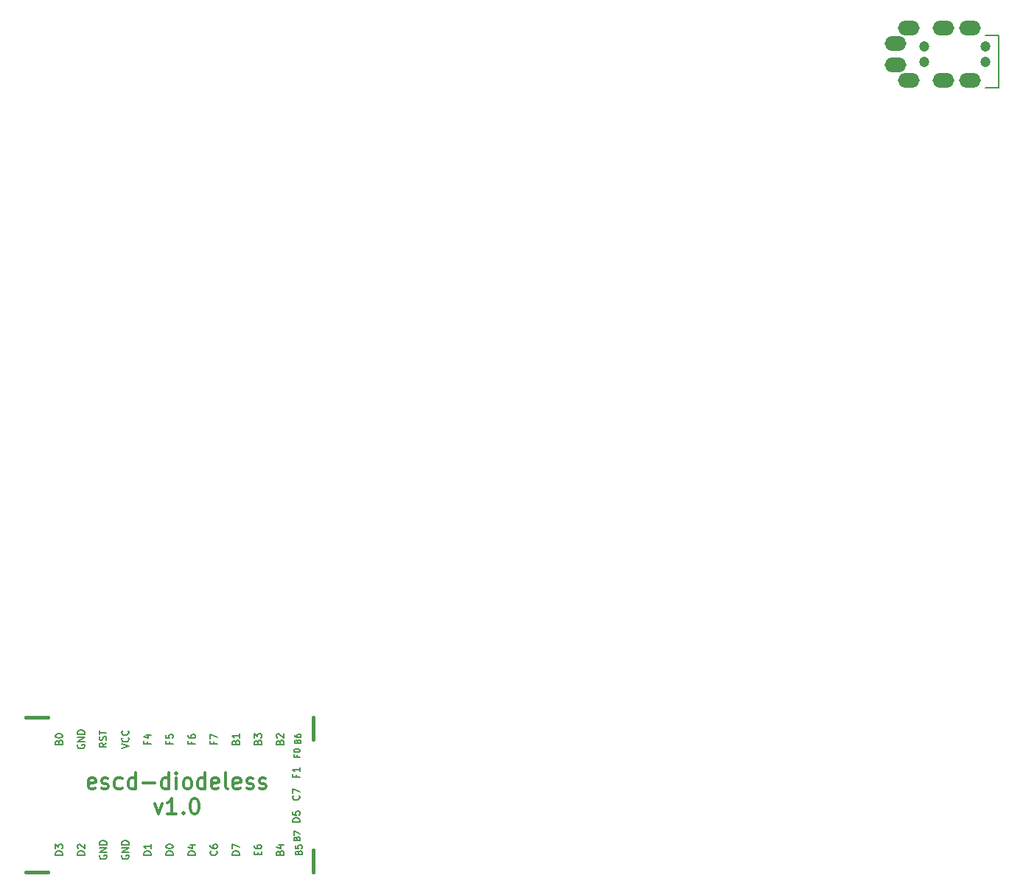
<source format=gto>
%TF.GenerationSoftware,KiCad,Pcbnew,(6.0.4-0)*%
%TF.CreationDate,2022-04-23T01:33:06+09:00*%
%TF.ProjectId,diodeless,64696f64-656c-4657-9373-2e6b69636164,rev?*%
%TF.SameCoordinates,Original*%
%TF.FileFunction,Legend,Top*%
%TF.FilePolarity,Positive*%
%FSLAX46Y46*%
G04 Gerber Fmt 4.6, Leading zero omitted, Abs format (unit mm)*
G04 Created by KiCad (PCBNEW (6.0.4-0)) date 2022-04-23 01:33:06*
%MOMM*%
%LPD*%
G01*
G04 APERTURE LIST*
%ADD10C,0.300000*%
%ADD11C,0.150000*%
%ADD12C,0.381000*%
%ADD13C,1.200000*%
%ADD14O,2.500000X1.700000*%
G04 APERTURE END LIST*
D10*
X20187828Y-132223171D02*
X20016399Y-132308885D01*
X19673542Y-132308885D01*
X19502114Y-132223171D01*
X19416399Y-132051742D01*
X19416399Y-131366028D01*
X19502114Y-131194600D01*
X19673542Y-131108885D01*
X20016399Y-131108885D01*
X20187828Y-131194600D01*
X20273542Y-131366028D01*
X20273542Y-131537457D01*
X19416399Y-131708885D01*
X20959257Y-132223171D02*
X21130685Y-132308885D01*
X21473542Y-132308885D01*
X21644971Y-132223171D01*
X21730685Y-132051742D01*
X21730685Y-131966028D01*
X21644971Y-131794600D01*
X21473542Y-131708885D01*
X21216399Y-131708885D01*
X21044971Y-131623171D01*
X20959257Y-131451742D01*
X20959257Y-131366028D01*
X21044971Y-131194600D01*
X21216399Y-131108885D01*
X21473542Y-131108885D01*
X21644971Y-131194600D01*
X23273542Y-132223171D02*
X23102114Y-132308885D01*
X22759257Y-132308885D01*
X22587828Y-132223171D01*
X22502114Y-132137457D01*
X22416399Y-131966028D01*
X22416399Y-131451742D01*
X22502114Y-131280314D01*
X22587828Y-131194600D01*
X22759257Y-131108885D01*
X23102114Y-131108885D01*
X23273542Y-131194600D01*
X24816399Y-132308885D02*
X24816399Y-130508885D01*
X24816399Y-132223171D02*
X24644971Y-132308885D01*
X24302114Y-132308885D01*
X24130685Y-132223171D01*
X24044971Y-132137457D01*
X23959257Y-131966028D01*
X23959257Y-131451742D01*
X24044971Y-131280314D01*
X24130685Y-131194600D01*
X24302114Y-131108885D01*
X24644971Y-131108885D01*
X24816399Y-131194600D01*
X25673542Y-131623171D02*
X27044971Y-131623171D01*
X28673542Y-132308885D02*
X28673542Y-130508885D01*
X28673542Y-132223171D02*
X28502114Y-132308885D01*
X28159257Y-132308885D01*
X27987828Y-132223171D01*
X27902114Y-132137457D01*
X27816400Y-131966028D01*
X27816400Y-131451742D01*
X27902114Y-131280314D01*
X27987828Y-131194600D01*
X28159257Y-131108885D01*
X28502114Y-131108885D01*
X28673542Y-131194600D01*
X29530685Y-132308885D02*
X29530685Y-131108885D01*
X29530685Y-130508885D02*
X29444971Y-130594600D01*
X29530685Y-130680314D01*
X29616400Y-130594600D01*
X29530685Y-130508885D01*
X29530685Y-130680314D01*
X30644971Y-132308885D02*
X30473542Y-132223171D01*
X30387828Y-132137457D01*
X30302114Y-131966028D01*
X30302114Y-131451742D01*
X30387828Y-131280314D01*
X30473542Y-131194600D01*
X30644971Y-131108885D01*
X30902114Y-131108885D01*
X31073542Y-131194600D01*
X31159257Y-131280314D01*
X31244971Y-131451742D01*
X31244971Y-131966028D01*
X31159257Y-132137457D01*
X31073542Y-132223171D01*
X30902114Y-132308885D01*
X30644971Y-132308885D01*
X32787828Y-132308885D02*
X32787828Y-130508885D01*
X32787828Y-132223171D02*
X32616400Y-132308885D01*
X32273542Y-132308885D01*
X32102114Y-132223171D01*
X32016400Y-132137457D01*
X31930685Y-131966028D01*
X31930685Y-131451742D01*
X32016400Y-131280314D01*
X32102114Y-131194600D01*
X32273542Y-131108885D01*
X32616400Y-131108885D01*
X32787828Y-131194600D01*
X34330685Y-132223171D02*
X34159257Y-132308885D01*
X33816400Y-132308885D01*
X33644971Y-132223171D01*
X33559257Y-132051742D01*
X33559257Y-131366028D01*
X33644971Y-131194600D01*
X33816400Y-131108885D01*
X34159257Y-131108885D01*
X34330685Y-131194600D01*
X34416400Y-131366028D01*
X34416400Y-131537457D01*
X33559257Y-131708885D01*
X35444971Y-132308885D02*
X35273542Y-132223171D01*
X35187828Y-132051742D01*
X35187828Y-130508885D01*
X36816400Y-132223171D02*
X36644971Y-132308885D01*
X36302114Y-132308885D01*
X36130685Y-132223171D01*
X36044971Y-132051742D01*
X36044971Y-131366028D01*
X36130685Y-131194600D01*
X36302114Y-131108885D01*
X36644971Y-131108885D01*
X36816400Y-131194600D01*
X36902114Y-131366028D01*
X36902114Y-131537457D01*
X36044971Y-131708885D01*
X37587828Y-132223171D02*
X37759257Y-132308885D01*
X38102114Y-132308885D01*
X38273542Y-132223171D01*
X38359257Y-132051742D01*
X38359257Y-131966028D01*
X38273542Y-131794600D01*
X38102114Y-131708885D01*
X37844971Y-131708885D01*
X37673542Y-131623171D01*
X37587828Y-131451742D01*
X37587828Y-131366028D01*
X37673542Y-131194600D01*
X37844971Y-131108885D01*
X38102114Y-131108885D01*
X38273542Y-131194600D01*
X39044971Y-132223171D02*
X39216400Y-132308885D01*
X39559257Y-132308885D01*
X39730685Y-132223171D01*
X39816400Y-132051742D01*
X39816400Y-131966028D01*
X39730685Y-131794600D01*
X39559257Y-131708885D01*
X39302114Y-131708885D01*
X39130685Y-131623171D01*
X39044971Y-131451742D01*
X39044971Y-131366028D01*
X39130685Y-131194600D01*
X39302114Y-131108885D01*
X39559257Y-131108885D01*
X39730685Y-131194600D01*
X27044971Y-134006885D02*
X27473542Y-135206885D01*
X27902114Y-134006885D01*
X29530685Y-135206885D02*
X28502114Y-135206885D01*
X29016400Y-135206885D02*
X29016400Y-133406885D01*
X28844971Y-133664028D01*
X28673542Y-133835457D01*
X28502114Y-133921171D01*
X30302114Y-135035457D02*
X30387828Y-135121171D01*
X30302114Y-135206885D01*
X30216400Y-135121171D01*
X30302114Y-135035457D01*
X30302114Y-135206885D01*
X31502114Y-133406885D02*
X31673542Y-133406885D01*
X31844971Y-133492600D01*
X31930685Y-133578314D01*
X32016400Y-133749742D01*
X32102114Y-134092600D01*
X32102114Y-134521171D01*
X32016400Y-134864028D01*
X31930685Y-135035457D01*
X31844971Y-135121171D01*
X31673542Y-135206885D01*
X31502114Y-135206885D01*
X31330685Y-135121171D01*
X31244971Y-135035457D01*
X31159257Y-134864028D01*
X31073542Y-134521171D01*
X31073542Y-134092600D01*
X31159257Y-133749742D01*
X31244971Y-133578314D01*
X31330685Y-133492600D01*
X31502114Y-133406885D01*
D11*
%TO.C,U1*%
X21466904Y-127088095D02*
X21085952Y-127354761D01*
X21466904Y-127545238D02*
X20666904Y-127545238D01*
X20666904Y-127240476D01*
X20705000Y-127164285D01*
X20743095Y-127126190D01*
X20819285Y-127088095D01*
X20933571Y-127088095D01*
X21009761Y-127126190D01*
X21047857Y-127164285D01*
X21085952Y-127240476D01*
X21085952Y-127545238D01*
X21428809Y-126783333D02*
X21466904Y-126669047D01*
X21466904Y-126478571D01*
X21428809Y-126402380D01*
X21390714Y-126364285D01*
X21314523Y-126326190D01*
X21238333Y-126326190D01*
X21162142Y-126364285D01*
X21124047Y-126402380D01*
X21085952Y-126478571D01*
X21047857Y-126630952D01*
X21009761Y-126707142D01*
X20971666Y-126745238D01*
X20895476Y-126783333D01*
X20819285Y-126783333D01*
X20743095Y-126745238D01*
X20705000Y-126707142D01*
X20666904Y-126630952D01*
X20666904Y-126440476D01*
X20705000Y-126326190D01*
X20666904Y-126097619D02*
X20666904Y-125640476D01*
X21466904Y-125869047D02*
X20666904Y-125869047D01*
X43599714Y-133133333D02*
X43637809Y-133171428D01*
X43675904Y-133285714D01*
X43675904Y-133361904D01*
X43637809Y-133476190D01*
X43561619Y-133552380D01*
X43485428Y-133590476D01*
X43333047Y-133628571D01*
X43218761Y-133628571D01*
X43066380Y-133590476D01*
X42990190Y-133552380D01*
X42914000Y-133476190D01*
X42875904Y-133361904D01*
X42875904Y-133285714D01*
X42914000Y-133171428D01*
X42952095Y-133133333D01*
X42875904Y-132866666D02*
X42875904Y-132333333D01*
X43675904Y-132676190D01*
X43337000Y-138037333D02*
X43370333Y-137937333D01*
X43403666Y-137904000D01*
X43470333Y-137870666D01*
X43570333Y-137870666D01*
X43637000Y-137904000D01*
X43670333Y-137937333D01*
X43703666Y-138004000D01*
X43703666Y-138270666D01*
X43003666Y-138270666D01*
X43003666Y-138037333D01*
X43037000Y-137970666D01*
X43070333Y-137937333D01*
X43137000Y-137904000D01*
X43203666Y-137904000D01*
X43270333Y-137937333D01*
X43303666Y-137970666D01*
X43337000Y-138037333D01*
X43337000Y-138270666D01*
X43003666Y-137637333D02*
X43003666Y-137170666D01*
X43703666Y-137470666D01*
X26576904Y-139940476D02*
X25776904Y-139940476D01*
X25776904Y-139750000D01*
X25815000Y-139635714D01*
X25891190Y-139559523D01*
X25967380Y-139521428D01*
X26119761Y-139483333D01*
X26234047Y-139483333D01*
X26386428Y-139521428D01*
X26462619Y-139559523D01*
X26538809Y-139635714D01*
X26576904Y-139750000D01*
X26576904Y-139940476D01*
X26576904Y-138721428D02*
X26576904Y-139178571D01*
X26576904Y-138950000D02*
X25776904Y-138950000D01*
X25891190Y-139026190D01*
X25967380Y-139102380D01*
X26005476Y-139178571D01*
X34120714Y-139483333D02*
X34158809Y-139521428D01*
X34196904Y-139635714D01*
X34196904Y-139711904D01*
X34158809Y-139826190D01*
X34082619Y-139902380D01*
X34006428Y-139940476D01*
X33854047Y-139978571D01*
X33739761Y-139978571D01*
X33587380Y-139940476D01*
X33511190Y-139902380D01*
X33435000Y-139826190D01*
X33396904Y-139711904D01*
X33396904Y-139635714D01*
X33435000Y-139521428D01*
X33473095Y-139483333D01*
X33396904Y-138797619D02*
X33396904Y-138950000D01*
X33435000Y-139026190D01*
X33473095Y-139064285D01*
X33587380Y-139140476D01*
X33739761Y-139178571D01*
X34044523Y-139178571D01*
X34120714Y-139140476D01*
X34158809Y-139102380D01*
X34196904Y-139026190D01*
X34196904Y-138873809D01*
X34158809Y-138797619D01*
X34120714Y-138759523D01*
X34044523Y-138721428D01*
X33854047Y-138721428D01*
X33777857Y-138759523D01*
X33739761Y-138797619D01*
X33701666Y-138873809D01*
X33701666Y-139026190D01*
X33739761Y-139102380D01*
X33777857Y-139140476D01*
X33854047Y-139178571D01*
X38857857Y-126973809D02*
X38895952Y-126859523D01*
X38934047Y-126821428D01*
X39010238Y-126783333D01*
X39124523Y-126783333D01*
X39200714Y-126821428D01*
X39238809Y-126859523D01*
X39276904Y-126935714D01*
X39276904Y-127240476D01*
X38476904Y-127240476D01*
X38476904Y-126973809D01*
X38515000Y-126897619D01*
X38553095Y-126859523D01*
X38629285Y-126821428D01*
X38705476Y-126821428D01*
X38781666Y-126859523D01*
X38819761Y-126897619D01*
X38857857Y-126973809D01*
X38857857Y-127240476D01*
X38476904Y-126516666D02*
X38476904Y-126021428D01*
X38781666Y-126288095D01*
X38781666Y-126173809D01*
X38819761Y-126097619D01*
X38857857Y-126059523D01*
X38934047Y-126021428D01*
X39124523Y-126021428D01*
X39200714Y-126059523D01*
X39238809Y-126097619D01*
X39276904Y-126173809D01*
X39276904Y-126402380D01*
X39238809Y-126478571D01*
X39200714Y-126516666D01*
X23236904Y-127716666D02*
X24036904Y-127450000D01*
X23236904Y-127183333D01*
X23960714Y-126459523D02*
X23998809Y-126497619D01*
X24036904Y-126611904D01*
X24036904Y-126688095D01*
X23998809Y-126802380D01*
X23922619Y-126878571D01*
X23846428Y-126916666D01*
X23694047Y-126954761D01*
X23579761Y-126954761D01*
X23427380Y-126916666D01*
X23351190Y-126878571D01*
X23275000Y-126802380D01*
X23236904Y-126688095D01*
X23236904Y-126611904D01*
X23275000Y-126497619D01*
X23313095Y-126459523D01*
X23960714Y-125659523D02*
X23998809Y-125697619D01*
X24036904Y-125811904D01*
X24036904Y-125888095D01*
X23998809Y-126002380D01*
X23922619Y-126078571D01*
X23846428Y-126116666D01*
X23694047Y-126154761D01*
X23579761Y-126154761D01*
X23427380Y-126116666D01*
X23351190Y-126078571D01*
X23275000Y-126002380D01*
X23236904Y-125888095D01*
X23236904Y-125811904D01*
X23275000Y-125697619D01*
X23313095Y-125659523D01*
X33777857Y-126916666D02*
X33777857Y-127183333D01*
X34196904Y-127183333D02*
X33396904Y-127183333D01*
X33396904Y-126802380D01*
X33396904Y-126573809D02*
X33396904Y-126040476D01*
X34196904Y-126383333D01*
X29116904Y-139940476D02*
X28316904Y-139940476D01*
X28316904Y-139750000D01*
X28355000Y-139635714D01*
X28431190Y-139559523D01*
X28507380Y-139521428D01*
X28659761Y-139483333D01*
X28774047Y-139483333D01*
X28926428Y-139521428D01*
X29002619Y-139559523D01*
X29078809Y-139635714D01*
X29116904Y-139750000D01*
X29116904Y-139940476D01*
X28316904Y-138988095D02*
X28316904Y-138911904D01*
X28355000Y-138835714D01*
X28393095Y-138797619D01*
X28469285Y-138759523D01*
X28621666Y-138721428D01*
X28812142Y-138721428D01*
X28964523Y-138759523D01*
X29040714Y-138797619D01*
X29078809Y-138835714D01*
X29116904Y-138911904D01*
X29116904Y-138988095D01*
X29078809Y-139064285D01*
X29040714Y-139102380D01*
X28964523Y-139140476D01*
X28812142Y-139178571D01*
X28621666Y-139178571D01*
X28469285Y-139140476D01*
X28393095Y-139102380D01*
X28355000Y-139064285D01*
X28316904Y-138988095D01*
X26157857Y-126916666D02*
X26157857Y-127183333D01*
X26576904Y-127183333D02*
X25776904Y-127183333D01*
X25776904Y-126802380D01*
X26043571Y-126154761D02*
X26576904Y-126154761D01*
X25738809Y-126345238D02*
X26310238Y-126535714D01*
X26310238Y-126040476D01*
X36736904Y-139940476D02*
X35936904Y-139940476D01*
X35936904Y-139750000D01*
X35975000Y-139635714D01*
X36051190Y-139559523D01*
X36127380Y-139521428D01*
X36279761Y-139483333D01*
X36394047Y-139483333D01*
X36546428Y-139521428D01*
X36622619Y-139559523D01*
X36698809Y-139635714D01*
X36736904Y-139750000D01*
X36736904Y-139940476D01*
X35936904Y-139216666D02*
X35936904Y-138683333D01*
X36736904Y-139026190D01*
X41397857Y-139673809D02*
X41435952Y-139559523D01*
X41474047Y-139521428D01*
X41550238Y-139483333D01*
X41664523Y-139483333D01*
X41740714Y-139521428D01*
X41778809Y-139559523D01*
X41816904Y-139635714D01*
X41816904Y-139940476D01*
X41016904Y-139940476D01*
X41016904Y-139673809D01*
X41055000Y-139597619D01*
X41093095Y-139559523D01*
X41169285Y-139521428D01*
X41245476Y-139521428D01*
X41321666Y-139559523D01*
X41359761Y-139597619D01*
X41397857Y-139673809D01*
X41397857Y-139940476D01*
X41283571Y-138797619D02*
X41816904Y-138797619D01*
X40978809Y-138988095D02*
X41550238Y-139178571D01*
X41550238Y-138683333D01*
X36317857Y-126973809D02*
X36355952Y-126859523D01*
X36394047Y-126821428D01*
X36470238Y-126783333D01*
X36584523Y-126783333D01*
X36660714Y-126821428D01*
X36698809Y-126859523D01*
X36736904Y-126935714D01*
X36736904Y-127240476D01*
X35936904Y-127240476D01*
X35936904Y-126973809D01*
X35975000Y-126897619D01*
X36013095Y-126859523D01*
X36089285Y-126821428D01*
X36165476Y-126821428D01*
X36241666Y-126859523D01*
X36279761Y-126897619D01*
X36317857Y-126973809D01*
X36317857Y-127240476D01*
X36736904Y-126021428D02*
X36736904Y-126478571D01*
X36736904Y-126250000D02*
X35936904Y-126250000D01*
X36051190Y-126326190D01*
X36127380Y-126402380D01*
X36165476Y-126478571D01*
X38857857Y-139902380D02*
X38857857Y-139635714D01*
X39276904Y-139521428D02*
X39276904Y-139902380D01*
X38476904Y-139902380D01*
X38476904Y-139521428D01*
X38476904Y-138835714D02*
X38476904Y-138988095D01*
X38515000Y-139064285D01*
X38553095Y-139102380D01*
X38667380Y-139178571D01*
X38819761Y-139216666D01*
X39124523Y-139216666D01*
X39200714Y-139178571D01*
X39238809Y-139140476D01*
X39276904Y-139064285D01*
X39276904Y-138911904D01*
X39238809Y-138835714D01*
X39200714Y-138797619D01*
X39124523Y-138759523D01*
X38934047Y-138759523D01*
X38857857Y-138797619D01*
X38819761Y-138835714D01*
X38781666Y-138911904D01*
X38781666Y-139064285D01*
X38819761Y-139140476D01*
X38857857Y-139178571D01*
X38934047Y-139216666D01*
X28697857Y-126916666D02*
X28697857Y-127183333D01*
X29116904Y-127183333D02*
X28316904Y-127183333D01*
X28316904Y-126802380D01*
X28316904Y-126116666D02*
X28316904Y-126497619D01*
X28697857Y-126535714D01*
X28659761Y-126497619D01*
X28621666Y-126421428D01*
X28621666Y-126230952D01*
X28659761Y-126154761D01*
X28697857Y-126116666D01*
X28774047Y-126078571D01*
X28964523Y-126078571D01*
X29040714Y-126116666D01*
X29078809Y-126154761D01*
X29116904Y-126230952D01*
X29116904Y-126421428D01*
X29078809Y-126497619D01*
X29040714Y-126535714D01*
X20735000Y-139959523D02*
X20696904Y-140035714D01*
X20696904Y-140150000D01*
X20735000Y-140264285D01*
X20811190Y-140340476D01*
X20887380Y-140378571D01*
X21039761Y-140416666D01*
X21154047Y-140416666D01*
X21306428Y-140378571D01*
X21382619Y-140340476D01*
X21458809Y-140264285D01*
X21496904Y-140150000D01*
X21496904Y-140073809D01*
X21458809Y-139959523D01*
X21420714Y-139921428D01*
X21154047Y-139921428D01*
X21154047Y-140073809D01*
X21496904Y-139578571D02*
X20696904Y-139578571D01*
X21496904Y-139121428D01*
X20696904Y-139121428D01*
X21496904Y-138740476D02*
X20696904Y-138740476D01*
X20696904Y-138550000D01*
X20735000Y-138435714D01*
X20811190Y-138359523D01*
X20887380Y-138321428D01*
X21039761Y-138283333D01*
X21154047Y-138283333D01*
X21306428Y-138321428D01*
X21382619Y-138359523D01*
X21458809Y-138435714D01*
X21496904Y-138550000D01*
X21496904Y-138740476D01*
X43675904Y-136130476D02*
X42875904Y-136130476D01*
X42875904Y-135940000D01*
X42914000Y-135825714D01*
X42990190Y-135749523D01*
X43066380Y-135711428D01*
X43218761Y-135673333D01*
X43333047Y-135673333D01*
X43485428Y-135711428D01*
X43561619Y-135749523D01*
X43637809Y-135825714D01*
X43675904Y-135940000D01*
X43675904Y-136130476D01*
X42875904Y-134949523D02*
X42875904Y-135330476D01*
X43256857Y-135368571D01*
X43218761Y-135330476D01*
X43180666Y-135254285D01*
X43180666Y-135063809D01*
X43218761Y-134987619D01*
X43256857Y-134949523D01*
X43333047Y-134911428D01*
X43523523Y-134911428D01*
X43599714Y-134949523D01*
X43637809Y-134987619D01*
X43675904Y-135063809D01*
X43675904Y-135254285D01*
X43637809Y-135330476D01*
X43599714Y-135368571D01*
X23275000Y-139959523D02*
X23236904Y-140035714D01*
X23236904Y-140150000D01*
X23275000Y-140264285D01*
X23351190Y-140340476D01*
X23427380Y-140378571D01*
X23579761Y-140416666D01*
X23694047Y-140416666D01*
X23846428Y-140378571D01*
X23922619Y-140340476D01*
X23998809Y-140264285D01*
X24036904Y-140150000D01*
X24036904Y-140073809D01*
X23998809Y-139959523D01*
X23960714Y-139921428D01*
X23694047Y-139921428D01*
X23694047Y-140073809D01*
X24036904Y-139578571D02*
X23236904Y-139578571D01*
X24036904Y-139121428D01*
X23236904Y-139121428D01*
X24036904Y-138740476D02*
X23236904Y-138740476D01*
X23236904Y-138550000D01*
X23275000Y-138435714D01*
X23351190Y-138359523D01*
X23427380Y-138321428D01*
X23579761Y-138283333D01*
X23694047Y-138283333D01*
X23846428Y-138321428D01*
X23922619Y-138359523D01*
X23998809Y-138435714D01*
X24036904Y-138550000D01*
X24036904Y-138740476D01*
X43564000Y-139633333D02*
X43597333Y-139533333D01*
X43630666Y-139500000D01*
X43697333Y-139466666D01*
X43797333Y-139466666D01*
X43864000Y-139500000D01*
X43897333Y-139533333D01*
X43930666Y-139600000D01*
X43930666Y-139866666D01*
X43230666Y-139866666D01*
X43230666Y-139633333D01*
X43264000Y-139566666D01*
X43297333Y-139533333D01*
X43364000Y-139500000D01*
X43430666Y-139500000D01*
X43497333Y-139533333D01*
X43530666Y-139566666D01*
X43564000Y-139633333D01*
X43564000Y-139866666D01*
X43230666Y-138833333D02*
X43230666Y-139166666D01*
X43564000Y-139200000D01*
X43530666Y-139166666D01*
X43497333Y-139100000D01*
X43497333Y-138933333D01*
X43530666Y-138866666D01*
X43564000Y-138833333D01*
X43630666Y-138800000D01*
X43797333Y-138800000D01*
X43864000Y-138833333D01*
X43897333Y-138866666D01*
X43930666Y-138933333D01*
X43930666Y-139100000D01*
X43897333Y-139166666D01*
X43864000Y-139200000D01*
X43437000Y-126883333D02*
X43470333Y-126783333D01*
X43503666Y-126750000D01*
X43570333Y-126716666D01*
X43670333Y-126716666D01*
X43737000Y-126750000D01*
X43770333Y-126783333D01*
X43803666Y-126850000D01*
X43803666Y-127116666D01*
X43103666Y-127116666D01*
X43103666Y-126883333D01*
X43137000Y-126816666D01*
X43170333Y-126783333D01*
X43237000Y-126750000D01*
X43303666Y-126750000D01*
X43370333Y-126783333D01*
X43403666Y-126816666D01*
X43437000Y-126883333D01*
X43437000Y-127116666D01*
X43103666Y-126116666D02*
X43103666Y-126250000D01*
X43137000Y-126316666D01*
X43170333Y-126350000D01*
X43270333Y-126416666D01*
X43403666Y-126450000D01*
X43670333Y-126450000D01*
X43737000Y-126416666D01*
X43770333Y-126383333D01*
X43803666Y-126316666D01*
X43803666Y-126183333D01*
X43770333Y-126116666D01*
X43737000Y-126083333D01*
X43670333Y-126050000D01*
X43503666Y-126050000D01*
X43437000Y-126083333D01*
X43403666Y-126116666D01*
X43370333Y-126183333D01*
X43370333Y-126316666D01*
X43403666Y-126383333D01*
X43437000Y-126416666D01*
X43503666Y-126450000D01*
X18956904Y-139940476D02*
X18156904Y-139940476D01*
X18156904Y-139750000D01*
X18195000Y-139635714D01*
X18271190Y-139559523D01*
X18347380Y-139521428D01*
X18499761Y-139483333D01*
X18614047Y-139483333D01*
X18766428Y-139521428D01*
X18842619Y-139559523D01*
X18918809Y-139635714D01*
X18956904Y-139750000D01*
X18956904Y-139940476D01*
X18233095Y-139178571D02*
X18195000Y-139140476D01*
X18156904Y-139064285D01*
X18156904Y-138873809D01*
X18195000Y-138797619D01*
X18233095Y-138759523D01*
X18309285Y-138721428D01*
X18385476Y-138721428D01*
X18499761Y-138759523D01*
X18956904Y-139216666D01*
X18956904Y-138721428D01*
X18195000Y-127259523D02*
X18156904Y-127335714D01*
X18156904Y-127450000D01*
X18195000Y-127564285D01*
X18271190Y-127640476D01*
X18347380Y-127678571D01*
X18499761Y-127716666D01*
X18614047Y-127716666D01*
X18766428Y-127678571D01*
X18842619Y-127640476D01*
X18918809Y-127564285D01*
X18956904Y-127450000D01*
X18956904Y-127373809D01*
X18918809Y-127259523D01*
X18880714Y-127221428D01*
X18614047Y-127221428D01*
X18614047Y-127373809D01*
X18956904Y-126878571D02*
X18156904Y-126878571D01*
X18956904Y-126421428D01*
X18156904Y-126421428D01*
X18956904Y-126040476D02*
X18156904Y-126040476D01*
X18156904Y-125850000D01*
X18195000Y-125735714D01*
X18271190Y-125659523D01*
X18347380Y-125621428D01*
X18499761Y-125583333D01*
X18614047Y-125583333D01*
X18766428Y-125621428D01*
X18842619Y-125659523D01*
X18918809Y-125735714D01*
X18956904Y-125850000D01*
X18956904Y-126040476D01*
X15997857Y-126973809D02*
X16035952Y-126859523D01*
X16074047Y-126821428D01*
X16150238Y-126783333D01*
X16264523Y-126783333D01*
X16340714Y-126821428D01*
X16378809Y-126859523D01*
X16416904Y-126935714D01*
X16416904Y-127240476D01*
X15616904Y-127240476D01*
X15616904Y-126973809D01*
X15655000Y-126897619D01*
X15693095Y-126859523D01*
X15769285Y-126821428D01*
X15845476Y-126821428D01*
X15921666Y-126859523D01*
X15959761Y-126897619D01*
X15997857Y-126973809D01*
X15997857Y-127240476D01*
X15616904Y-126288095D02*
X15616904Y-126211904D01*
X15655000Y-126135714D01*
X15693095Y-126097619D01*
X15769285Y-126059523D01*
X15921666Y-126021428D01*
X16112142Y-126021428D01*
X16264523Y-126059523D01*
X16340714Y-126097619D01*
X16378809Y-126135714D01*
X16416904Y-126211904D01*
X16416904Y-126288095D01*
X16378809Y-126364285D01*
X16340714Y-126402380D01*
X16264523Y-126440476D01*
X16112142Y-126478571D01*
X15921666Y-126478571D01*
X15769285Y-126440476D01*
X15693095Y-126402380D01*
X15655000Y-126364285D01*
X15616904Y-126288095D01*
X43256857Y-130726666D02*
X43256857Y-130993333D01*
X43675904Y-130993333D02*
X42875904Y-130993333D01*
X42875904Y-130612380D01*
X43675904Y-129888571D02*
X43675904Y-130345714D01*
X43675904Y-130117142D02*
X42875904Y-130117142D01*
X42990190Y-130193333D01*
X43066380Y-130269523D01*
X43104476Y-130345714D01*
X43337000Y-128479333D02*
X43337000Y-128712666D01*
X43703666Y-128712666D02*
X43003666Y-128712666D01*
X43003666Y-128379333D01*
X43003666Y-127979333D02*
X43003666Y-127912666D01*
X43037000Y-127846000D01*
X43070333Y-127812666D01*
X43137000Y-127779333D01*
X43270333Y-127746000D01*
X43437000Y-127746000D01*
X43570333Y-127779333D01*
X43637000Y-127812666D01*
X43670333Y-127846000D01*
X43703666Y-127912666D01*
X43703666Y-127979333D01*
X43670333Y-128046000D01*
X43637000Y-128079333D01*
X43570333Y-128112666D01*
X43437000Y-128146000D01*
X43270333Y-128146000D01*
X43137000Y-128112666D01*
X43070333Y-128079333D01*
X43037000Y-128046000D01*
X43003666Y-127979333D01*
X31237857Y-126916666D02*
X31237857Y-127183333D01*
X31656904Y-127183333D02*
X30856904Y-127183333D01*
X30856904Y-126802380D01*
X30856904Y-126154761D02*
X30856904Y-126307142D01*
X30895000Y-126383333D01*
X30933095Y-126421428D01*
X31047380Y-126497619D01*
X31199761Y-126535714D01*
X31504523Y-126535714D01*
X31580714Y-126497619D01*
X31618809Y-126459523D01*
X31656904Y-126383333D01*
X31656904Y-126230952D01*
X31618809Y-126154761D01*
X31580714Y-126116666D01*
X31504523Y-126078571D01*
X31314047Y-126078571D01*
X31237857Y-126116666D01*
X31199761Y-126154761D01*
X31161666Y-126230952D01*
X31161666Y-126383333D01*
X31199761Y-126459523D01*
X31237857Y-126497619D01*
X31314047Y-126535714D01*
X16416904Y-139940476D02*
X15616904Y-139940476D01*
X15616904Y-139750000D01*
X15655000Y-139635714D01*
X15731190Y-139559523D01*
X15807380Y-139521428D01*
X15959761Y-139483333D01*
X16074047Y-139483333D01*
X16226428Y-139521428D01*
X16302619Y-139559523D01*
X16378809Y-139635714D01*
X16416904Y-139750000D01*
X16416904Y-139940476D01*
X15616904Y-139216666D02*
X15616904Y-138721428D01*
X15921666Y-138988095D01*
X15921666Y-138873809D01*
X15959761Y-138797619D01*
X15997857Y-138759523D01*
X16074047Y-138721428D01*
X16264523Y-138721428D01*
X16340714Y-138759523D01*
X16378809Y-138797619D01*
X16416904Y-138873809D01*
X16416904Y-139102380D01*
X16378809Y-139178571D01*
X16340714Y-139216666D01*
X31656904Y-139940476D02*
X30856904Y-139940476D01*
X30856904Y-139750000D01*
X30895000Y-139635714D01*
X30971190Y-139559523D01*
X31047380Y-139521428D01*
X31199761Y-139483333D01*
X31314047Y-139483333D01*
X31466428Y-139521428D01*
X31542619Y-139559523D01*
X31618809Y-139635714D01*
X31656904Y-139750000D01*
X31656904Y-139940476D01*
X31123571Y-138797619D02*
X31656904Y-138797619D01*
X30818809Y-138988095D02*
X31390238Y-139178571D01*
X31390238Y-138683333D01*
X41397857Y-126973809D02*
X41435952Y-126859523D01*
X41474047Y-126821428D01*
X41550238Y-126783333D01*
X41664523Y-126783333D01*
X41740714Y-126821428D01*
X41778809Y-126859523D01*
X41816904Y-126935714D01*
X41816904Y-127240476D01*
X41016904Y-127240476D01*
X41016904Y-126973809D01*
X41055000Y-126897619D01*
X41093095Y-126859523D01*
X41169285Y-126821428D01*
X41245476Y-126821428D01*
X41321666Y-126859523D01*
X41359761Y-126897619D01*
X41397857Y-126973809D01*
X41397857Y-127240476D01*
X41093095Y-126478571D02*
X41055000Y-126440476D01*
X41016904Y-126364285D01*
X41016904Y-126173809D01*
X41055000Y-126097619D01*
X41093095Y-126059523D01*
X41169285Y-126021428D01*
X41245476Y-126021428D01*
X41359761Y-126059523D01*
X41816904Y-126516666D01*
X41816904Y-126021428D01*
D12*
X14785000Y-124110000D02*
X12245000Y-124110000D01*
X45265000Y-139350000D02*
X45265000Y-141890000D01*
X45265000Y-126650000D02*
X45265000Y-124110000D01*
X12245000Y-141890000D02*
X14785000Y-141890000D01*
D11*
%TO.C,J1*%
X122450000Y-45837500D02*
X123950000Y-45837500D01*
X123950000Y-51837500D02*
X122450000Y-51837500D01*
X123950000Y-45837500D02*
X123950000Y-51837500D01*
%TD*%
D13*
%TO.C,J1*%
X122450000Y-48837500D03*
X122450000Y-47087500D03*
X115450000Y-47087500D03*
X115450000Y-48837500D03*
D14*
X112150000Y-49187500D03*
X112150000Y-46737500D03*
X120650000Y-44987500D03*
X120650000Y-50937500D03*
X117650000Y-50937500D03*
X117650000Y-44987500D03*
X113650000Y-50937500D03*
X113650000Y-44987500D03*
%TD*%
M02*

</source>
